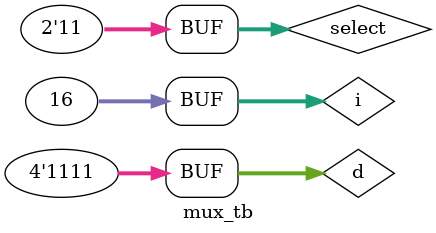
<source format=v>
module mux_tb;

reg[3:0] d;
reg[1:0] select;
wire q;

integer  i;

mux1 dut( .select(select), .d(d), .q(q) );

initial
begin
   for( i = 0; i <= 15; i = i + 1)
   begin
      d = i;
      select = 0;  #1;
      select = 1;  #1;
      select = 2;  #1;
      select = 3;  #1;
 
    end

end
endmodule

</source>
